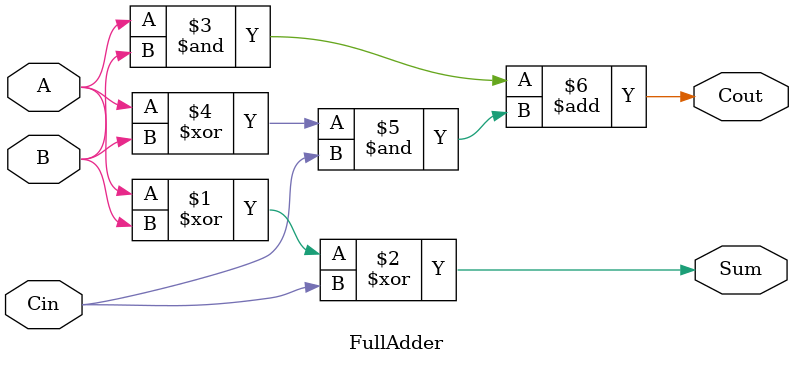
<source format=v>
`timescale 1ns / 1ps

module FullAdder(
    input A, B, Cin,
    output Sum, Cout
    );
    
    assign Sum = (A^B)^Cin;
    assign Cout = (A&B)+((A^B)&Cin);
    
endmodule

</source>
